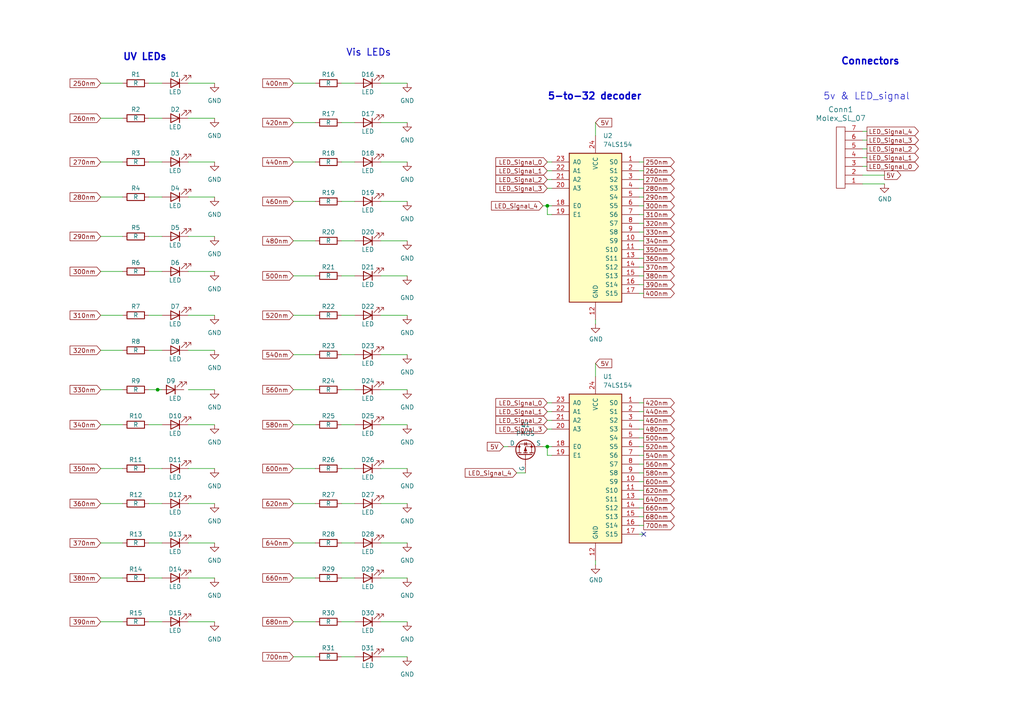
<source format=kicad_sch>
(kicad_sch (version 20230121) (generator eeschema)
  (paper "A4")
  (lib_symbols
    (symbol "74xx:74LS154" (pin_names (offset 1.016))
      (property "Reference" "U" (at -7.62 21.59 0))
      (property "Value" "74LS154" (at -7.62 -24.13 0))
      (symbol "74LS154_1_0"
        (pin output line (at 12.7 17.78 180) (length 5.08) (name "S0") (number "1"))
        (pin output line (at 12.7 -5.08 180) (length 5.08) (name "S9") (number "10"))
        (pin output line (at 12.7 -7.62 180) (length 5.08) (name "S10") (number "11"))
        (pin power_in line (at 0 -27.94 90) (length 5.08) (name "GND") (number "12"))
        (pin output line (at 12.7 -10.16 180) (length 5.08) (name "S11") (number "13"))
        (pin output line (at 12.7 -12.7 180) (length 5.08) (name "S12") (number "14"))
        (pin output line (at 12.7 -15.24 180) (length 5.08) (name "S13") (number "15"))
        (pin output line (at 12.7 -17.78 180) (length 5.08) (name "S14") (number "16"))
        (pin output line (at 12.7 -20.32 180) (length 5.08) (name "S15") (number "17"))
        (pin input line (at -12.7 5.08 0) (length 5.08) (name "E0") (number "18"))
        (pin input line (at -12.7 2.54 0) (length 5.08) (name "E1") (number "19"))
        (pin output line (at 12.7 15.24 180) (length 5.08) (name "S1") (number "2"))
        (pin input line (at -12.7 10.16 0) (length 5.08) (name "A3") (number "20"))
        (pin input line (at -12.7 12.7 0) (length 5.08) (name "A2") (number "21"))
        (pin input line (at -12.7 15.24 0) (length 5.08) (name "A1") (number "22"))
        (pin input line (at -12.7 17.78 0) (length 5.08) (name "A0") (number "23"))
        (pin power_in line (at 0 25.4 270) (length 5.08) (name "VCC") (number "24"))
        (pin output line (at 12.7 12.7 180) (length 5.08) (name "S2") (number "3"))
        (pin output line (at 12.7 10.16 180) (length 5.08) (name "S3") (number "4"))
        (pin output line (at 12.7 7.62 180) (length 5.08) (name "S4") (number "5"))
        (pin output line (at 12.7 5.08 180) (length 5.08) (name "S5") (number "6"))
        (pin output line (at 12.7 2.54 180) (length 5.08) (name "S6") (number "7"))
        (pin output line (at 12.7 0 180) (length 5.08) (name "S7") (number "8"))
        (pin output line (at 12.7 -2.54 180) (length 5.08) (name "S8") (number "9"))
      )
      (symbol "74LS154_1_1"
        (rectangle (start -7.62 20.32) (end 7.62 -22.86) (stroke (width 0.254)) (fill (type background)))
      )
    )
    (symbol "Device:LED" (pin_numbers hide) (pin_names (offset 1.016) hide)
      (property "Reference" "D" (at 0 2.54 0))
      (property "Value" "LED" (at 0 -2.54 0))
      (symbol "LED_0_1"
        (polyline (pts (xy -1.27 -1.27) (xy -1.27 1.27)) (stroke (width 0.254)))
        (polyline (pts (xy -1.27 0) (xy 1.27 0)))
        (polyline (pts (xy 1.27 -1.27) (xy 1.27 1.27) (xy -1.27 0) (xy 1.27 -1.27)) (stroke (width 0.254)))
        (polyline (pts (xy -3.048 -0.762) (xy -4.572 -2.286) (xy -3.81 -2.286) (xy -4.572 -2.286) (xy -4.572 -1.524)))
        (polyline (pts (xy -1.778 -0.762) (xy -3.302 -2.286) (xy -2.54 -2.286) (xy -3.302 -2.286) (xy -3.302 -1.524)))
      )
      (symbol "LED_1_1"
        (pin passive line (at -3.81 0 0) (length 2.54) (name "K") (number "1"))
        (pin passive line (at 3.81 0 180) (length 2.54) (name "A") (number "2"))
      )
    )
    (symbol "Device:R" (pin_numbers hide) (pin_names (offset 0))
      (property "Reference" "R" (at 2.032 0 90))
      (property "Value" "R" (at 0 0 90))
      (symbol "R_0_1"
        (rectangle (start -1.016 -2.54) (end 1.016 2.54) (stroke (width 0.254)))
      )
      (symbol "R_1_1"
        (pin passive line (at 0 3.81 270) (length 1.27) (name "~") (number "1"))
        (pin passive line (at 0 -3.81 90) (length 1.27) (name "~") (number "2"))
      )
    )
    (symbol "MRDT_Connectors:Molex_SL_07" (pin_names (offset 1.016))
      (property "Reference" "Conn" (at 3.81 -1.27 0))
      (property "Value" "Molex_SL_07" (at 1.27 19.05 0))
      (symbol "Molex_SL_07_0_1"
        (rectangle (start 0 17.78) (end 2.54 0))
      )
      (symbol "Molex_SL_07_1_1"
        (pin input line (at -5.08 16.51 0) (length 5.08) (name "~") (number "1"))
        (pin input line (at -5.08 13.97 0) (length 5.08) (name "~") (number "2"))
        (pin input line (at -5.08 11.43 0) (length 5.08) (name "~") (number "3"))
        (pin input line (at -5.08 8.89 0) (length 5.08) (name "~") (number "4"))
        (pin input line (at -5.08 6.35 0) (length 5.08) (name "~") (number "5"))
        (pin input line (at -5.08 3.81 0) (length 5.08) (name "~") (number "6"))
        (pin input line (at -5.08 1.27 0) (length 5.08) (name "~") (number "7"))
      )
    )
    (symbol "Simulation_SPICE:PMOS" (pin_numbers hide) (pin_names (offset 0))
      (property "Reference" "Q" (at 5.08 1.27 0))
      (property "Value" "PMOS" (at 5.08 -1.27 0))
      (symbol "PMOS_0_1"
        (polyline (pts (xy 0.254 0) (xy -2.54 0)))
        (polyline (pts (xy 0.254 1.905) (xy 0.254 -1.905)) (stroke (width 0.254)))
        (polyline (pts (xy 0.762 -1.27) (xy 0.762 -2.286)) (stroke (width 0.254)))
        (polyline (pts (xy 0.762 0.508) (xy 0.762 -0.508)) (stroke (width 0.254)))
        (polyline (pts (xy 0.762 2.286) (xy 0.762 1.27)) (stroke (width 0.254)))
        (polyline (pts (xy 2.54 2.54) (xy 2.54 1.778)))
        (polyline (pts (xy 2.54 -2.54) (xy 2.54 0) (xy 0.762 0)))
        (polyline (pts (xy 0.762 1.778) (xy 3.302 1.778) (xy 3.302 -1.778) (xy 0.762 -1.778)))
        (polyline (pts (xy 2.286 0) (xy 1.27 0.381) (xy 1.27 -0.381) (xy 2.286 0)) (fill (type outline)))
        (polyline (pts (xy 2.794 -0.508) (xy 2.921 -0.381) (xy 3.683 -0.381) (xy 3.81 -0.254)))
        (polyline (pts (xy 3.302 -0.381) (xy 2.921 0.254) (xy 3.683 0.254) (xy 3.302 -0.381)))
        (circle (center 1.651 0) (radius 2.794) (stroke (width 0.254)))
        (circle (center 2.54 -1.778) (radius 0.254) (fill (type outline)))
        (circle (center 2.54 1.778) (radius 0.254) (fill (type outline)))
      )
      (symbol "PMOS_1_1"
        (pin passive line (at 2.54 5.08 270) (length 2.54) (name "D") (number "1"))
        (pin input line (at -5.08 0 0) (length 2.54) (name "G") (number "2"))
        (pin passive line (at 2.54 -5.08 90) (length 2.54) (name "S") (number "3"))
      )
    )
    (symbol "power:GND" (power) (pin_names (offset 0))
      (property "Value" "GND" (at 0 -3.81 0))
      (symbol "GND_0_1"
        (polyline (pts (xy 0 0) (xy 0 -1.27) (xy 1.27 -1.27) (xy 0 -2.54) (xy -1.27 -1.27) (xy 0 -1.27)))
      )
      (symbol "GND_1_1"
        (pin power_in line (at 0 0 270) (length 0) hide (name "GND") (number "1"))
      )
    )
  )
  (junction (at 45.72 113.03))
  (junction (at 158.75 129.54))
  (junction (at 158.75 59.69))
  (no_connect (at 186.69 154.94))
  (wire (pts (xy 185.42 149.86) (xy 186.69 149.86)))
  (wire (pts (xy 54.61 123.19) (xy 62.23 123.19)))
  (wire (pts (xy 54.61 78.74) (xy 62.23 78.74)))
  (wire (pts (xy 85.09 135.89) (xy 91.44 135.89)))
  (wire (pts (xy 99.06 113.03) (xy 102.87 113.03)))
  (wire (pts (xy 85.09 35.56) (xy 91.44 35.56)))
  (wire (pts (xy 43.18 167.64) (xy 46.99 167.64)))
  (wire (pts (xy 158.75 62.23) (xy 160.02 62.23)))
  (wire (pts (xy 29.21 78.74) (xy 35.56 78.74)))
  (wire (pts (xy 185.42 144.78) (xy 186.69 144.78)))
  (wire (pts (xy 43.18 78.74) (xy 46.99 78.74)))
  (wire (pts (xy 43.18 146.05) (xy 46.99 146.05)))
  (wire (pts (xy 185.42 82.55) (xy 186.69 82.55)))
  (wire (pts (xy 99.06 167.64) (xy 102.87 167.64)))
  (wire (pts (xy 99.06 190.5) (xy 102.87 190.5)))
  (wire (pts (xy 185.42 147.32) (xy 186.69 147.32)))
  (wire (pts (xy 29.21 167.64) (xy 35.56 167.64)))
  (wire (pts (xy 251.46 45.72) (xy 250.19 45.72)))
  (wire (pts (xy 99.06 35.56) (xy 102.87 35.56)))
  (wire (pts (xy 29.21 113.03) (xy 35.56 113.03)))
  (wire (pts (xy 54.61 46.99) (xy 62.23 46.99)))
  (wire (pts (xy 54.61 101.6) (xy 62.23 101.6)))
  (wire (pts (xy 110.49 135.89) (xy 118.11 135.89)))
  (wire (pts (xy 158.75 52.07) (xy 160.02 52.07)))
  (wire (pts (xy 85.09 80.01) (xy 91.44 80.01)))
  (wire (pts (xy 110.49 113.03) (xy 118.11 113.03)))
  (wire (pts (xy 185.42 152.4) (xy 186.69 152.4)))
  (wire (pts (xy 29.21 91.44) (xy 35.56 91.44)))
  (wire (pts (xy 54.61 34.29) (xy 62.23 34.29)))
  (wire (pts (xy 110.49 102.87) (xy 118.11 102.87)))
  (wire (pts (xy 29.21 157.48) (xy 35.56 157.48)))
  (wire (pts (xy 110.49 180.34) (xy 118.11 180.34)))
  (wire (pts (xy 85.09 69.85) (xy 91.44 69.85)))
  (wire (pts (xy 158.75 119.38) (xy 160.02 119.38)))
  (wire (pts (xy 185.42 64.77) (xy 186.69 64.77)))
  (wire (pts (xy 110.49 24.13) (xy 118.11 24.13)))
  (wire (pts (xy 54.61 68.58) (xy 62.23 68.58)))
  (wire (pts (xy 99.06 180.34) (xy 102.87 180.34)))
  (wire (pts (xy 29.21 24.13) (xy 35.56 24.13)))
  (wire (pts (xy 43.18 135.89) (xy 46.99 135.89)))
  (wire (pts (xy 85.09 167.64) (xy 91.44 167.64)))
  (wire (pts (xy 85.09 123.19) (xy 91.44 123.19)))
  (wire (pts (xy 110.49 123.19) (xy 118.11 123.19)))
  (wire (pts (xy 172.72 35.56) (xy 172.72 39.37)))
  (wire (pts (xy 110.49 80.01) (xy 118.11 80.01)))
  (wire (pts (xy 43.18 91.44) (xy 46.99 91.44)))
  (wire (pts (xy 43.18 57.15) (xy 46.99 57.15)))
  (wire (pts (xy 85.09 24.13) (xy 91.44 24.13)))
  (wire (pts (xy 185.42 142.24) (xy 186.69 142.24)))
  (wire (pts (xy 185.42 57.15) (xy 186.69 57.15)))
  (wire (pts (xy 250.19 50.8) (xy 256.54 50.8)))
  (wire (pts (xy 110.49 157.48) (xy 118.11 157.48)))
  (wire (pts (xy 110.49 190.5) (xy 118.11 190.5)))
  (wire (pts (xy 158.75 124.46) (xy 160.02 124.46)))
  (wire (pts (xy 99.06 80.01) (xy 102.87 80.01)))
  (wire (pts (xy 29.21 146.05) (xy 35.56 146.05)))
  (wire (pts (xy 29.21 46.99) (xy 35.56 46.99)))
  (wire (pts (xy 43.18 46.99) (xy 46.99 46.99)))
  (wire (pts (xy 185.42 69.85) (xy 186.69 69.85)))
  (wire (pts (xy 43.18 24.13) (xy 46.99 24.13)))
  (wire (pts (xy 99.06 146.05) (xy 102.87 146.05)))
  (wire (pts (xy 99.06 123.19) (xy 102.87 123.19)))
  (wire (pts (xy 185.42 127) (xy 186.69 127)))
  (wire (pts (xy 54.61 113.03) (xy 62.23 113.03)))
  (wire (pts (xy 99.06 46.99) (xy 102.87 46.99)))
  (wire (pts (xy 110.49 58.42) (xy 118.11 58.42)))
  (wire (pts (xy 110.49 69.85) (xy 118.11 69.85)))
  (wire (pts (xy 185.42 132.08) (xy 186.69 132.08)))
  (wire (pts (xy 99.06 24.13) (xy 102.87 24.13)))
  (wire (pts (xy 158.75 121.92) (xy 160.02 121.92)))
  (wire (pts (xy 43.18 113.03) (xy 45.72 113.03)))
  (wire (pts (xy 172.72 105.41) (xy 172.72 109.22)))
  (wire (pts (xy 43.18 123.19) (xy 46.99 123.19)))
  (wire (pts (xy 185.42 139.7) (xy 186.69 139.7)))
  (wire (pts (xy 54.61 91.44) (xy 62.23 91.44)))
  (wire (pts (xy 43.18 68.58) (xy 46.99 68.58)))
  (wire (pts (xy 158.75 46.99) (xy 160.02 46.99)))
  (wire (pts (xy 158.75 54.61) (xy 160.02 54.61)))
  (wire (pts (xy 158.75 59.69) (xy 158.75 62.23)))
  (wire (pts (xy 54.61 167.64) (xy 62.23 167.64)))
  (wire (pts (xy 146.05 129.54) (xy 147.32 129.54)))
  (wire (pts (xy 157.48 59.69) (xy 158.75 59.69)))
  (wire (pts (xy 185.42 49.53) (xy 186.69 49.53)))
  (wire (pts (xy 185.42 119.38) (xy 186.69 119.38)))
  (wire (pts (xy 185.42 121.92) (xy 186.69 121.92)))
  (wire (pts (xy 99.06 157.48) (xy 102.87 157.48)))
  (wire (pts (xy 85.09 58.42) (xy 91.44 58.42)))
  (wire (pts (xy 157.48 129.54) (xy 158.75 129.54)))
  (wire (pts (xy 172.72 162.56) (xy 172.72 163.83)))
  (wire (pts (xy 85.09 146.05) (xy 91.44 146.05)))
  (wire (pts (xy 185.42 67.31) (xy 186.69 67.31)))
  (wire (pts (xy 85.09 180.34) (xy 91.44 180.34)))
  (wire (pts (xy 85.09 102.87) (xy 91.44 102.87)))
  (wire (pts (xy 250.19 53.34) (xy 256.54 53.34)))
  (wire (pts (xy 45.72 113.03) (xy 46.99 113.03)))
  (wire (pts (xy 185.42 137.16) (xy 186.69 137.16)))
  (wire (pts (xy 99.06 58.42) (xy 102.87 58.42)))
  (wire (pts (xy 251.46 40.64) (xy 250.19 40.64)))
  (wire (pts (xy 29.21 135.89) (xy 35.56 135.89)))
  (wire (pts (xy 29.21 68.58) (xy 35.56 68.58)))
  (wire (pts (xy 185.42 46.99) (xy 186.69 46.99)))
  (wire (pts (xy 54.61 57.15) (xy 62.23 57.15)))
  (wire (pts (xy 43.18 180.34) (xy 46.99 180.34)))
  (wire (pts (xy 185.42 59.69) (xy 186.69 59.69)))
  (wire (pts (xy 185.42 129.54) (xy 186.69 129.54)))
  (wire (pts (xy 29.21 101.6) (xy 35.56 101.6)))
  (wire (pts (xy 185.42 154.94) (xy 186.69 154.94)))
  (wire (pts (xy 110.49 167.64) (xy 118.11 167.64)))
  (wire (pts (xy 29.21 34.29) (xy 35.56 34.29)))
  (wire (pts (xy 54.61 135.89) (xy 62.23 135.89)))
  (wire (pts (xy 149.86 137.16) (xy 152.4 137.16)))
  (wire (pts (xy 172.72 92.71) (xy 172.72 93.98)))
  (wire (pts (xy 158.75 49.53) (xy 160.02 49.53)))
  (wire (pts (xy 43.18 157.48) (xy 46.99 157.48)))
  (wire (pts (xy 158.75 116.84) (xy 160.02 116.84)))
  (wire (pts (xy 54.61 146.05) (xy 62.23 146.05)))
  (wire (pts (xy 251.46 43.18) (xy 250.19 43.18)))
  (wire (pts (xy 54.61 157.48) (xy 62.23 157.48)))
  (wire (pts (xy 29.21 123.19) (xy 35.56 123.19)))
  (wire (pts (xy 110.49 91.44) (xy 118.11 91.44)))
  (wire (pts (xy 43.18 101.6) (xy 46.99 101.6)))
  (wire (pts (xy 185.42 52.07) (xy 186.69 52.07)))
  (wire (pts (xy 85.09 113.03) (xy 91.44 113.03)))
  (wire (pts (xy 158.75 129.54) (xy 160.02 129.54)))
  (wire (pts (xy 251.46 48.26) (xy 250.19 48.26)))
  (wire (pts (xy 85.09 157.48) (xy 91.44 157.48)))
  (wire (pts (xy 158.75 129.54) (xy 158.75 132.08)))
  (wire (pts (xy 43.18 34.29) (xy 46.99 34.29)))
  (wire (pts (xy 185.42 80.01) (xy 186.69 80.01)))
  (wire (pts (xy 99.06 102.87) (xy 102.87 102.87)))
  (wire (pts (xy 185.42 62.23) (xy 186.69 62.23)))
  (wire (pts (xy 85.09 91.44) (xy 91.44 91.44)))
  (wire (pts (xy 185.42 116.84) (xy 186.69 116.84)))
  (wire (pts (xy 185.42 124.46) (xy 186.69 124.46)))
  (wire (pts (xy 99.06 69.85) (xy 102.87 69.85)))
  (wire (pts (xy 185.42 134.62) (xy 186.69 134.62)))
  (wire (pts (xy 185.42 74.93) (xy 186.69 74.93)))
  (wire (pts (xy 185.42 85.09) (xy 186.69 85.09)))
  (wire (pts (xy 29.21 57.15) (xy 35.56 57.15)))
  (wire (pts (xy 99.06 135.89) (xy 102.87 135.89)))
  (wire (pts (xy 251.46 38.1) (xy 250.19 38.1)))
  (wire (pts (xy 185.42 77.47) (xy 186.69 77.47)))
  (wire (pts (xy 29.21 180.34) (xy 35.56 180.34)))
  (wire (pts (xy 54.61 180.34) (xy 62.23 180.34)))
  (wire (pts (xy 85.09 46.99) (xy 91.44 46.99)))
  (wire (pts (xy 110.49 35.56) (xy 118.11 35.56)))
  (wire (pts (xy 158.75 132.08) (xy 160.02 132.08)))
  (wire (pts (xy 185.42 54.61) (xy 186.69 54.61)))
  (wire (pts (xy 85.09 190.5) (xy 91.44 190.5)))
  (wire (pts (xy 54.61 24.13) (xy 62.23 24.13)))
  (wire (pts (xy 158.75 59.69) (xy 160.02 59.69)))
  (wire (pts (xy 99.06 91.44) (xy 102.87 91.44)))
  (wire (pts (xy 185.42 72.39) (xy 186.69 72.39)))
  (wire (pts (xy 110.49 146.05) (xy 118.11 146.05)))
  (wire (pts (xy 110.49 46.99) (xy 118.11 46.99)))
  (text "Vis LEDs" (at 100.33 16.51 0) (effects (font (size 2 2) (thickness 0.254) bold) (justify left bottom)))
  (text "UV LEDs" (at 35.56 17.78 0) (effects (font (size 2 2) (thickness 0.4) bold) (justify left bottom)))
  (text "5-to-32 decoder" (at 158.75 29.21 0) (effects (font (size 2 2) (thickness 0.4) bold) (justify left bottom)))
  (text "5v & LED_signal" (at 238.76 29.21 0) (effects (font (size 2 2)) (justify left bottom)))
  (text "Connectors\n" (at 243.84 19.05 0) (effects (font (size 2 2) (thickness 0.4) bold) (justify left bottom)))
  (global_label "520nm" (shape input) (at 85.09 91.44 180) (property "Intersheetrefs" "${INTERSHEET_REFS}" (effects hide)))
  (global_label "700nm" (shape output) (at 186.69 152.4 0) (property "Intersheetrefs" "${INTERSHEET_REFS}" (effects hide)))
  (global_label "360nm" (shape output) (at 186.69 74.93 0) (property "Intersheetrefs" "${INTERSHEET_REFS}" (effects hide)))
  (global_label "480nm" (shape input) (at 85.09 69.85 180) (property "Intersheetrefs" "${INTERSHEET_REFS}" (effects hide)))
  (global_label "5V" (shape output) (at 256.54 50.8 0) (property "Intersheetrefs" "${INTERSHEET_REFS}" (effects hide)))
  (global_label "380nm" (shape input) (at 29.21 167.64 180) (property "Intersheetrefs" "${INTERSHEET_REFS}" (effects hide)))
  (global_label "340nm" (shape input) (at 29.21 123.19 180) (property "Intersheetrefs" "${INTERSHEET_REFS}" (effects hide)))
  (global_label "310nm" (shape input) (at 29.21 91.44 180) (property "Intersheetrefs" "${INTERSHEET_REFS}" (effects hide)))
  (global_label "320nm" (shape output) (at 186.69 64.77 0) (property "Intersheetrefs" "${INTERSHEET_REFS}" (effects hide)))
  (global_label "580nm" (shape input) (at 85.09 123.19 180) (property "Intersheetrefs" "${INTERSHEET_REFS}" (effects hide)))
  (global_label "520nm" (shape output) (at 186.69 129.54 0) (property "Intersheetrefs" "${INTERSHEET_REFS}" (effects hide)))
  (global_label "LED_Signal_3" (shape input) (at 158.75 54.61 180) (property "Intersheetrefs" "${INTERSHEET_REFS}" (effects hide)))
  (global_label "250nm" (shape input) (at 29.21 24.13 180) (property "Intersheetrefs" "${INTERSHEET_REFS}" (effects hide)))
  (global_label "350nm" (shape input) (at 29.21 135.89 180) (property "Intersheetrefs" "${INTERSHEET_REFS}" (effects hide)))
  (global_label "460nm" (shape output) (at 186.69 121.92 0) (property "Intersheetrefs" "${INTERSHEET_REFS}" (effects hide)))
  (global_label "460nm" (shape input) (at 85.09 58.42 180) (property "Intersheetrefs" "${INTERSHEET_REFS}" (effects hide)))
  (global_label "370nm" (shape output) (at 186.69 77.47 0) (property "Intersheetrefs" "${INTERSHEET_REFS}" (effects hide)))
  (global_label "390nm" (shape output) (at 186.69 82.55 0) (property "Intersheetrefs" "${INTERSHEET_REFS}" (effects hide)))
  (global_label "LED_Signal_4" (shape input) (at 157.48 59.69 180) (property "Intersheetrefs" "${INTERSHEET_REFS}" (effects hide)))
  (global_label "580nm" (shape output) (at 186.69 137.16 0) (property "Intersheetrefs" "${INTERSHEET_REFS}" (effects hide)))
  (global_label "260nm" (shape input) (at 29.21 34.29 180) (property "Intersheetrefs" "${INTERSHEET_REFS}" (effects hide)))
  (global_label "420nm" (shape output) (at 186.69 116.84 0) (property "Intersheetrefs" "${INTERSHEET_REFS}" (effects hide)))
  (global_label "680nm" (shape output) (at 186.69 149.86 0) (property "Intersheetrefs" "${INTERSHEET_REFS}" (effects hide)))
  (global_label "LED_Signal_2" (shape input) (at 158.75 121.92 180) (property "Intersheetrefs" "${INTERSHEET_REFS}" (effects hide)))
  (global_label "270nm" (shape input) (at 29.21 46.99 180) (property "Intersheetrefs" "${INTERSHEET_REFS}" (effects hide)))
  (global_label "280nm" (shape output) (at 186.69 54.61 0) (property "Intersheetrefs" "${INTERSHEET_REFS}" (effects hide)))
  (global_label "5V" (shape input) (at 146.05 129.54 180) (property "Intersheetrefs" "${INTERSHEET_REFS}" (effects hide)))
  (global_label "LED_Signal_3" (shape input) (at 158.75 124.46 180) (property "Intersheetrefs" "${INTERSHEET_REFS}" (effects hide)))
  (global_label "440nm" (shape output) (at 186.69 119.38 0) (property "Intersheetrefs" "${INTERSHEET_REFS}" (effects hide)))
  (global_label "350nm" (shape output) (at 186.69 72.39 0) (property "Intersheetrefs" "${INTERSHEET_REFS}" (effects hide)))
  (global_label "680nm" (shape input) (at 85.09 180.34 180) (property "Intersheetrefs" "${INTERSHEET_REFS}" (effects hide)))
  (global_label "330nm" (shape output) (at 186.69 67.31 0) (property "Intersheetrefs" "${INTERSHEET_REFS}" (effects hide)))
  (global_label "250nm" (shape output) (at 186.69 46.99 0) (property "Intersheetrefs" "${INTERSHEET_REFS}" (effects hide)))
  (global_label "480nm" (shape output) (at 186.69 124.46 0) (property "Intersheetrefs" "${INTERSHEET_REFS}" (effects hide)))
  (global_label "LED_Signal_4" (shape input) (at 149.86 137.16 180) (property "Intersheetrefs" "${INTERSHEET_REFS}" (effects hide)))
  (global_label "320nm" (shape input) (at 29.21 101.6 180) (property "Intersheetrefs" "${INTERSHEET_REFS}" (effects hide)))
  (global_label "500nm" (shape output) (at 186.69 127 0) (property "Intersheetrefs" "${INTERSHEET_REFS}" (effects hide)))
  (global_label "LED_Signal_0" (shape output) (at 251.46 48.26 0) (property "Intersheetrefs" "${INTERSHEET_REFS}" (effects hide)))
  (global_label "LED_Signal_0" (shape input) (at 158.75 116.84 180) (property "Intersheetrefs" "${INTERSHEET_REFS}" (effects hide)))
  (global_label "LED_Signal_2" (shape output) (at 251.46 43.18 0) (property "Intersheetrefs" "${INTERSHEET_REFS}" (effects hide)))
  (global_label "660nm" (shape output) (at 186.69 147.32 0) (property "Intersheetrefs" "${INTERSHEET_REFS}" (effects hide)))
  (global_label "370nm" (shape input) (at 29.21 157.48 180) (property "Intersheetrefs" "${INTERSHEET_REFS}" (effects hide)))
  (global_label "640nm" (shape input) (at 85.09 157.48 180) (property "Intersheetrefs" "${INTERSHEET_REFS}" (effects hide)))
  (global_label "390nm" (shape input) (at 29.21 180.34 180) (property "Intersheetrefs" "${INTERSHEET_REFS}" (effects hide)))
  (global_label "LED_Signal_1" (shape input) (at 158.75 119.38 180) (property "Intersheetrefs" "${INTERSHEET_REFS}" (effects hide)))
  (global_label "600nm" (shape output) (at 186.69 139.7 0) (property "Intersheetrefs" "${INTERSHEET_REFS}" (effects hide)))
  (global_label "540nm" (shape output) (at 186.69 132.08 0) (property "Intersheetrefs" "${INTERSHEET_REFS}" (effects hide)))
  (global_label "300nm" (shape input) (at 29.21 78.74 180) (property "Intersheetrefs" "${INTERSHEET_REFS}" (effects hide)))
  (global_label "400nm" (shape input) (at 85.09 24.13 180) (property "Intersheetrefs" "${INTERSHEET_REFS}" (effects hide)))
  (global_label "360nm" (shape input) (at 29.21 146.05 180) (property "Intersheetrefs" "${INTERSHEET_REFS}" (effects hide)))
  (global_label "280nm" (shape input) (at 29.21 57.15 180) (property "Intersheetrefs" "${INTERSHEET_REFS}" (effects hide)))
  (global_label "270nm" (shape output) (at 186.69 52.07 0) (property "Intersheetrefs" "${INTERSHEET_REFS}" (effects hide)))
  (global_label "330nm" (shape input) (at 29.21 113.03 180) (property "Intersheetrefs" "${INTERSHEET_REFS}" (effects hide)))
  (global_label "5V" (shape input) (at 172.72 105.41 0) (property "Intersheetrefs" "${INTERSHEET_REFS}" (effects hide)))
  (global_label "700nm" (shape input) (at 85.09 190.5 180) (property "Intersheetrefs" "${INTERSHEET_REFS}" (effects hide)))
  (global_label "LED_Signal_1" (shape output) (at 251.46 45.72 0) (property "Intersheetrefs" "${INTERSHEET_REFS}" (effects hide)))
  (global_label "640nm" (shape output) (at 186.69 144.78 0) (property "Intersheetrefs" "${INTERSHEET_REFS}" (effects hide)))
  (global_label "LED_Signal_1" (shape input) (at 158.75 49.53 180) (property "Intersheetrefs" "${INTERSHEET_REFS}" (effects hide)))
  (global_label "660nm" (shape input) (at 85.09 167.64 180) (property "Intersheetrefs" "${INTERSHEET_REFS}" (effects hide)))
  (global_label "500nm" (shape input) (at 85.09 80.01 180) (property "Intersheetrefs" "${INTERSHEET_REFS}" (effects hide)))
  (global_label "LED_Signal_4" (shape output) (at 251.46 38.1 0) (property "Intersheetrefs" "${INTERSHEET_REFS}" (effects hide)))
  (global_label "440nm" (shape input) (at 85.09 46.99 180) (property "Intersheetrefs" "${INTERSHEET_REFS}" (effects hide)))
  (global_label "290nm" (shape input) (at 29.21 68.58 180) (property "Intersheetrefs" "${INTERSHEET_REFS}" (effects hide)))
  (global_label "380nm" (shape output) (at 186.69 80.01 0) (property "Intersheetrefs" "${INTERSHEET_REFS}" (effects hide)))
  (global_label "5V" (shape input) (at 172.72 35.56 0) (property "Intersheetrefs" "${INTERSHEET_REFS}" (effects hide)))
  (global_label "600nm" (shape input) (at 85.09 135.89 180) (property "Intersheetrefs" "${INTERSHEET_REFS}" (effects hide)))
  (global_label "260nm" (shape output) (at 186.69 49.53 0) (property "Intersheetrefs" "${INTERSHEET_REFS}" (effects hide)))
  (global_label "540nm" (shape input) (at 85.09 102.87 180) (property "Intersheetrefs" "${INTERSHEET_REFS}" (effects hide)))
  (global_label "560nm" (shape input) (at 85.09 113.03 180) (property "Intersheetrefs" "${INTERSHEET_REFS}" (effects hide)))
  (global_label "290nm" (shape output) (at 186.69 57.15 0) (property "Intersheetrefs" "${INTERSHEET_REFS}" (effects hide)))
  (global_label "LED_Signal_2" (shape input) (at 158.75 52.07 180) (property "Intersheetrefs" "${INTERSHEET_REFS}" (effects hide)))
  (global_label "620nm" (shape output) (at 186.69 142.24 0) (property "Intersheetrefs" "${INTERSHEET_REFS}" (effects hide)))
  (global_label "LED_Signal_3" (shape output) (at 251.46 40.64 0) (property "Intersheetrefs" "${INTERSHEET_REFS}" (effects hide)))
  (global_label "400nm" (shape output) (at 186.69 85.09 0) (property "Intersheetrefs" "${INTERSHEET_REFS}" (effects hide)))
  (global_label "300nm" (shape output) (at 186.69 59.69 0) (property "Intersheetrefs" "${INTERSHEET_REFS}" (effects hide)))
  (global_label "LED_Signal_0" (shape input) (at 158.75 46.99 180) (property "Intersheetrefs" "${INTERSHEET_REFS}" (effects hide)))
  (global_label "340nm" (shape output) (at 186.69 69.85 0) (property "Intersheetrefs" "${INTERSHEET_REFS}" (effects hide)))
  (global_label "620nm" (shape input) (at 85.09 146.05 180) (property "Intersheetrefs" "${INTERSHEET_REFS}" (effects hide)))
  (global_label "560nm" (shape output) (at 186.69 134.62 0) (property "Intersheetrefs" "${INTERSHEET_REFS}" (effects hide)))
  (global_label "310nm" (shape output) (at 186.69 62.23 0) (property "Intersheetrefs" "${INTERSHEET_REFS}" (effects hide)))
  (global_label "420nm" (shape input) (at 85.09 35.56 180) (property "Intersheetrefs" "${INTERSHEET_REFS}" (effects hide)))
  (symbol (lib_id "Device:R") (at 95.25 190.5 90) (unit 1)
    (property "Reference" "R31" (at 95.25 187.96 90))
    (property "Value" "R" (at 95.25 190.5 90))
  )
  (symbol (lib_id "Device:R") (at 39.37 91.44 90) (unit 1)
    (property "Reference" "R7" (at 39.37 88.9 90))
    (property "Value" "R" (at 39.37 91.44 90))
  )
  (symbol (lib_id "Device:R") (at 95.25 58.42 90) (unit 1)
    (property "Reference" "R19" (at 95.25 55.88 90))
    (property "Value" "R" (at 95.25 58.42 90))
  )
  (symbol (lib_id "Simulation_SPICE:PMOS") (at 152.4 132.08 90) (unit 1)
    (property "Reference" "Q1" (at 152.4 123.19 90))
    (property "Value" "PMOS" (at 152.4 125.73 90))
    (property "Datasheet" "https://ngspice.sourceforge.io/docs/ngspice-manual.pdf" (effects hide))
    (property "Sim.Device" "PMOS" (effects hide))
    (property "Sim.Type" "VDMOS" (effects hide))
    (property "Sim.Pins" "1=D 2=G 3=S" (effects hide))
  )
  (symbol (lib_id "power:GND") (at 118.11 80.01 0) (unit 1)
    (property "Reference" "#PWR022" (effects hide))
    (property "Value" "GND" (at 118.11 86.36 0))
  )
  (symbol (lib_id "power:GND") (at 62.23 24.13 0) (unit 1)
    (property "Reference" "#PWR01" (effects hide))
    (property "Value" "GND" (at 62.23 29.21 0))
  )
  (symbol (lib_id "Device:R") (at 39.37 101.6 90) (unit 1)
    (property "Reference" "R8" (at 39.37 99.06 90))
    (property "Value" "R" (at 39.37 101.6 90))
  )
  (symbol (lib_id "74xx:74LS154") (at 172.72 64.77 0) (unit 1)
    (property "Reference" "U2" (at 174.9141 39.37 0) (effects (justify left)))
    (property "Value" "74LS154" (at 174.9141 41.91 0) (effects (justify left)))
    (property "Datasheet" "http://www.ti.com/lit/gpn/sn74LS154" (effects hide))
  )
  (symbol (lib_id "Device:LED") (at 50.8 78.74 180) (unit 1)
    (property "Reference" "D6" (at 50.8 76.2 0))
    (property "Value" "LED" (at 50.8 81.28 0))
  )
  (symbol (lib_id "Device:LED") (at 50.8 57.15 180) (unit 1)
    (property "Reference" "D4" (at 50.8 54.61 0))
    (property "Value" "LED" (at 50.8 59.69 0))
  )
  (symbol (lib_id "Device:LED") (at 50.8 146.05 180) (unit 1)
    (property "Reference" "D12" (at 50.8 143.51 0))
    (property "Value" "LED" (at 50.8 148.59 0))
  )
  (symbol (lib_id "power:GND") (at 118.11 146.05 0) (unit 1)
    (property "Reference" "#PWR028" (effects hide))
    (property "Value" "GND" (at 118.11 151.13 0))
  )
  (symbol (lib_id "Device:R") (at 39.37 146.05 90) (unit 1)
    (property "Reference" "R12" (at 39.37 143.51 90))
    (property "Value" "R" (at 39.37 146.05 90))
  )
  (symbol (lib_id "power:GND") (at 118.11 91.44 0) (unit 1)
    (property "Reference" "#PWR023" (effects hide))
    (property "Value" "GND" (at 118.11 96.52 0))
  )
  (symbol (lib_id "Device:LED") (at 50.8 167.64 180) (unit 1)
    (property "Reference" "D14" (at 50.8 165.1 0))
    (property "Value" "LED" (at 50.8 170.18 0))
  )
  (symbol (lib_id "Device:R") (at 95.25 24.13 90) (unit 1)
    (property "Reference" "R16" (at 95.25 21.59 90))
    (property "Value" "R" (at 95.25 24.13 90))
  )
  (symbol (lib_id "power:GND") (at 62.23 157.48 0) (unit 1)
    (property "Reference" "#PWR014" (effects hide))
    (property "Value" "GND" (at 62.23 162.56 0))
  )
  (symbol (lib_id "Device:R") (at 95.25 46.99 90) (unit 1)
    (property "Reference" "R18" (at 95.25 44.45 90))
    (property "Value" "R" (at 95.25 46.99 90))
  )
  (symbol (lib_id "Device:LED") (at 106.68 167.64 180) (unit 1)
    (property "Reference" "D29" (at 106.68 165.1 0))
    (property "Value" "LED" (at 106.68 170.18 0))
  )
  (symbol (lib_id "power:GND") (at 118.11 167.64 0) (unit 1)
    (property "Reference" "#PWR030" (effects hide))
    (property "Value" "GND" (at 118.11 172.72 0))
  )
  (symbol (lib_id "power:GND") (at 118.11 135.89 0) (unit 1)
    (property "Reference" "#PWR027" (effects hide))
    (property "Value" "GND" (at 118.11 140.97 0))
  )
  (symbol (lib_id "Device:LED") (at 50.8 101.6 180) (unit 1)
    (property "Reference" "D8" (at 50.8 99.06 0))
    (property "Value" "LED" (at 50.8 104.14 0))
  )
  (symbol (lib_id "Device:LED") (at 50.8 180.34 180) (unit 1)
    (property "Reference" "D15" (at 50.8 177.8 0))
    (property "Value" "LED" (at 50.8 182.88 0))
  )
  (symbol (lib_id "power:GND") (at 62.23 91.44 0) (unit 1)
    (property "Reference" "#PWR08" (effects hide))
    (property "Value" "GND" (at 62.23 96.52 0))
  )
  (symbol (lib_id "power:GND") (at 118.11 180.34 0) (unit 1)
    (property "Reference" "#PWR031" (effects hide))
    (property "Value" "GND" (at 118.11 185.42 0))
  )
  (symbol (lib_id "Device:LED") (at 106.68 91.44 180) (unit 1)
    (property "Reference" "D22" (at 106.68 88.9 0))
    (property "Value" "LED" (at 106.68 93.98 0))
  )
  (symbol (lib_id "Device:R") (at 95.25 80.01 90) (unit 1)
    (property "Reference" "R21" (at 95.25 77.47 90))
    (property "Value" "R" (at 95.25 80.01 90))
  )
  (symbol (lib_id "Device:R") (at 39.37 24.13 90) (unit 1)
    (property "Reference" "R1" (at 39.37 21.59 90))
    (property "Value" "R" (at 39.37 24.13 90))
  )
  (symbol (lib_id "Device:R") (at 95.25 123.19 90) (unit 1)
    (property "Reference" "R25" (at 95.25 120.65 90))
    (property "Value" "R" (at 95.25 123.19 90))
  )
  (symbol (lib_id "power:GND") (at 172.72 93.98 0) (unit 1)
    (property "Reference" "#PWR033" (effects hide))
    (property "Value" "GND" (at 172.847 98.3742 0))
  )
  (symbol (lib_id "Device:R") (at 95.25 35.56 90) (unit 1)
    (property "Reference" "R17" (at 95.25 33.02 90))
    (property "Value" "R" (at 95.25 35.56 90))
  )
  (symbol (lib_id "Device:R") (at 95.25 157.48 90) (unit 1)
    (property "Reference" "R28" (at 95.25 154.94 90))
    (property "Value" "R" (at 95.25 157.48 90))
  )
  (symbol (lib_id "power:GND") (at 118.11 157.48 0) (unit 1)
    (property "Reference" "#PWR029" (effects hide))
    (property "Value" "GND" (at 118.11 162.56 0))
  )
  (symbol (lib_id "Device:LED") (at 49.53 113.03 180) (unit 1)
    (property "Reference" "D9" (at 49.53 110.49 0))
    (property "Value" "LED" (at 50.8 115.57 0))
  )
  (symbol (lib_id "Device:LED") (at 50.8 157.48 180) (unit 1)
    (property "Reference" "D13" (at 50.8 154.94 0))
    (property "Value" "LED" (at 50.8 160.02 0))
  )
  (symbol (lib_id "Device:R") (at 39.37 167.64 90) (unit 1)
    (property "Reference" "R14" (at 39.37 165.1 90))
    (property "Value" "R" (at 39.37 167.64 90))
  )
  (symbol (lib_id "Device:LED") (at 106.68 46.99 180) (unit 1)
    (property "Reference" "D18" (at 106.68 44.45 0))
    (property "Value" "LED" (at 106.68 49.53 0))
  )
  (symbol (lib_id "Device:R") (at 39.37 123.19 90) (unit 1)
    (property "Reference" "R10" (at 39.37 120.65 90))
    (property "Value" "R" (at 39.37 123.19 90))
  )
  (symbol (lib_id "Device:R") (at 95.25 102.87 90) (unit 1)
    (property "Reference" "R23" (at 95.25 100.33 90))
    (property "Value" "R" (at 95.25 102.87 90))
  )
  (symbol (lib_id "power:GND") (at 62.23 46.99 0) (unit 1)
    (property "Reference" "#PWR04" (effects hide))
    (property "Value" "GND" (at 62.23 52.07 0))
  )
  (symbol (lib_id "power:GND") (at 118.11 58.42 0) (unit 1)
    (property "Reference" "#PWR020" (effects hide))
    (property "Value" "GND" (at 118.11 63.5 0))
  )
  (symbol (lib_id "Device:R") (at 39.37 135.89 90) (unit 1)
    (property "Reference" "R11" (at 39.37 133.35 90))
    (property "Value" "R" (at 39.37 135.89 90))
  )
  (symbol (lib_id "Device:R") (at 39.37 113.03 90) (unit 1)
    (property "Reference" "R9" (at 39.37 110.49 90))
    (property "Value" "R" (at 39.37 113.03 90))
  )
  (symbol (lib_id "Device:LED") (at 106.68 157.48 180) (unit 1)
    (property "Reference" "D28" (at 106.68 154.94 0))
    (property "Value" "LED" (at 106.68 160.02 0))
  )
  (symbol (lib_id "Device:LED") (at 50.8 135.89 180) (unit 1)
    (property "Reference" "D11" (at 50.8 133.35 0))
    (property "Value" "LED" (at 50.8 138.43 0))
  )
  (symbol (lib_id "Device:LED") (at 106.68 80.01 180) (unit 1)
    (property "Reference" "D21" (at 106.68 77.47 0))
    (property "Value" "LED" (at 106.68 82.55 0))
  )
  (symbol (lib_id "power:GND") (at 62.23 68.58 0) (unit 1)
    (property "Reference" "#PWR06" (effects hide))
    (property "Value" "GND" (at 62.23 73.66 0))
  )
  (symbol (lib_id "Device:R") (at 95.25 180.34 90) (unit 1)
    (property "Reference" "R30" (at 95.25 177.8 90))
    (property "Value" "R" (at 95.25 180.34 90))
  )
  (symbol (lib_id "Device:R") (at 95.25 69.85 90) (unit 1)
    (property "Reference" "R20" (at 95.25 67.31 90))
    (property "Value" "R" (at 95.25 69.85 90))
  )
  (symbol (lib_id "Device:R") (at 39.37 78.74 90) (unit 1)
    (property "Reference" "R6" (at 39.37 76.2 90))
    (property "Value" "R" (at 39.37 78.74 90))
  )
  (symbol (lib_id "Device:R") (at 95.25 113.03 90) (unit 1)
    (property "Reference" "R24" (at 95.25 110.49 90))
    (property "Value" "R" (at 95.25 113.03 90))
  )
  (symbol (lib_id "Device:R") (at 39.37 34.29 90) (unit 1)
    (property "Reference" "R2" (at 39.37 31.75 90))
    (property "Value" "R" (at 39.37 34.29 90))
  )
  (symbol (lib_id "Device:LED") (at 106.68 135.89 180) (unit 1)
    (property "Reference" "D26" (at 106.68 133.35 0))
    (property "Value" "LED" (at 106.68 138.43 0))
  )
  (symbol (lib_id "Device:LED") (at 106.68 102.87 180) (unit 1)
    (property "Reference" "D23" (at 106.68 100.33 0))
    (property "Value" "LED" (at 106.68 105.41 0))
  )
  (symbol (lib_id "power:GND") (at 118.11 123.19 0) (unit 1)
    (property "Reference" "#PWR026" (effects hide))
    (property "Value" "GND" (at 118.11 128.27 0))
  )
  (symbol (lib_id "power:GND") (at 62.23 113.03 0) (unit 1)
    (property "Reference" "#PWR010" (effects hide))
    (property "Value" "GND" (at 62.23 118.11 0))
  )
  (symbol (lib_id "Device:LED") (at 50.8 91.44 180) (unit 1)
    (property "Reference" "D7" (at 50.8 88.9 0))
    (property "Value" "LED" (at 50.8 93.98 0))
  )
  (symbol (lib_id "Device:LED") (at 50.8 123.19 180) (unit 1)
    (property "Reference" "D10" (at 50.8 120.65 0))
    (property "Value" "LED" (at 50.8 125.73 0))
  )
  (symbol (lib_id "Device:LED") (at 106.68 146.05 180) (unit 1)
    (property "Reference" "D27" (at 106.68 143.51 0))
    (property "Value" "LED" (at 106.68 148.59 0))
  )
  (symbol (lib_id "Device:R") (at 39.37 46.99 90) (unit 1)
    (property "Reference" "R3" (at 39.37 44.45 90))
    (property "Value" "R" (at 39.37 46.99 90))
  )
  (symbol (lib_id "Device:R") (at 39.37 157.48 90) (unit 1)
    (property "Reference" "R13" (at 39.37 154.94 90))
    (property "Value" "R" (at 39.37 157.48 90))
  )
  (symbol (lib_id "power:GND") (at 62.23 180.34 0) (unit 1)
    (property "Reference" "#PWR016" (effects hide))
    (property "Value" "GND" (at 62.23 185.42 0))
  )
  (symbol (lib_id "Device:LED") (at 106.68 190.5 180) (unit 1)
    (property "Reference" "D31" (at 106.68 187.96 0))
    (property "Value" "LED" (at 106.68 193.04 0))
  )
  (symbol (lib_id "power:GND") (at 118.11 35.56 0) (unit 1)
    (property "Reference" "#PWR018" (effects hide))
    (property "Value" "GND" (at 118.11 40.64 0))
  )
  (symbol (lib_id "power:GND") (at 62.23 135.89 0) (unit 1)
    (property "Reference" "#PWR012" (effects hide))
    (property "Value" "GND" (at 62.23 140.97 0))
  )
  (symbol (lib_id "power:GND") (at 118.11 24.13 0) (unit 1)
    (property "Reference" "#PWR017" (effects hide))
    (property "Value" "GND" (at 118.11 29.21 0))
  )
  (symbol (lib_id "Device:LED") (at 50.8 34.29 180) (unit 1)
    (property "Reference" "D2" (at 50.8 31.75 0))
    (property "Value" "LED" (at 50.8 36.83 0))
  )
  (symbol (lib_id "MRDT_Connectors:Molex_SL_07") (at 245.11 36.83 180) (unit 1)
    (property "Reference" "Conn1" (at 243.84 31.75 0) (effects (font (size 1.524 1.524))))
    (property "Value" "Molex_SL_07" (at 243.84 34.29 0) (effects (font (size 1.524 1.524))))
  )
  (symbol (lib_id "Device:R") (at 95.25 135.89 90) (unit 1)
    (property "Reference" "R26" (at 95.25 133.35 90))
    (property "Value" "R" (at 95.25 135.89 90))
  )
  (symbol (lib_id "Device:LED") (at 106.68 35.56 180) (unit 1)
    (property "Reference" "D17" (at 106.68 33.02 0))
    (property "Value" "LED" (at 106.68 38.1 0))
  )
  (symbol (lib_id "power:GND") (at 118.11 69.85 0) (unit 1)
    (property "Reference" "#PWR021" (effects hide))
    (property "Value" "GND" (at 118.11 74.93 0))
  )
  (symbol (lib_id "power:GND") (at 62.23 34.29 0) (unit 1)
    (property "Reference" "#PWR03" (effects hide))
    (property "Value" "GND" (at 62.23 39.37 0))
  )
  (symbol (lib_id "Device:LED") (at 106.68 123.19 180) (unit 1)
    (property "Reference" "D25" (at 106.68 120.65 0))
    (property "Value" "LED" (at 106.68 125.73 0))
  )
  (symbol (lib_id "Device:LED") (at 50.8 46.99 180) (unit 1)
    (property "Reference" "D3" (at 50.8 44.45 0))
    (property "Value" "LED" (at 50.8 49.53 0))
  )
  (symbol (lib_id "power:GND") (at 256.54 53.34 0) (unit 1)
    (property "Reference" "#PWR035" (effects hide))
    (property "Value" "GND" (at 256.667 57.7342 0))
  )
  (symbol (lib_id "power:GND") (at 118.11 46.99 0) (unit 1)
    (property "Reference" "#PWR019" (effects hide))
    (property "Value" "GND" (at 118.11 52.07 0))
  )
  (symbol (lib_id "power:GND") (at 118.11 102.87 0) (unit 1)
    (property "Reference" "#PWR024" (effects hide))
    (property "Value" "GND" (at 118.11 107.95 0))
  )
  (symbol (lib_id "Device:R") (at 39.37 68.58 90) (unit 1)
    (property "Reference" "R5" (at 39.37 66.04 90))
    (property "Value" "R" (at 39.37 68.58 90))
  )
  (symbol (lib_id "power:GND") (at 62.23 123.19 0) (unit 1)
    (property "Reference" "#PWR011" (effects hide))
    (property "Value" "GND" (at 62.23 128.27 0))
  )
  (symbol (lib_id "Device:R") (at 95.25 167.64 90) (unit 1)
    (property "Reference" "R29" (at 95.25 165.1 90))
    (property "Value" "R" (at 95.25 167.64 90))
  )
  (symbol (lib_id "Device:LED") (at 50.8 68.58 180) (unit 1)
    (property "Reference" "D5" (at 50.8 66.04 0))
    (property "Value" "LED" (at 50.8 71.12 0))
  )
  (symbol (lib_id "power:GND") (at 62.23 146.05 0) (unit 1)
    (property "Reference" "#PWR013" (effects hide))
    (property "Value" "GND" (at 62.23 151.13 0))
  )
  (symbol (lib_id "power:GND") (at 118.11 113.03 0) (unit 1)
    (property "Reference" "#PWR025" (effects hide))
    (property "Value" "GND" (at 118.11 118.11 0))
  )
  (symbol (lib_id "Device:LED") (at 106.68 180.34 180) (unit 1)
    (property "Reference" "D30" (at 106.68 177.8 0))
    (property "Value" "LED" (at 106.68 182.88 0))
  )
  (symbol (lib_id "power:GND") (at 62.23 101.6 0) (unit 1)
    (property "Reference" "#PWR09" (effects hide))
    (property "Value" "GND" (at 62.23 106.68 0))
  )
  (symbol (lib_id "Device:LED") (at 106.68 69.85 180) (unit 1)
    (property "Reference" "D20" (at 106.68 67.31 0))
    (property "Value" "LED" (at 106.68 72.39 0))
  )
  (symbol (lib_id "Device:LED") (at 50.8 24.13 180) (unit 1)
    (property "Reference" "D1" (at 50.8 21.59 0))
    (property "Value" "LED" (at 50.8 26.67 0))
  )
  (symbol (lib_id "Device:LED") (at 106.68 24.13 180) (unit 1)
    (property "Reference" "D16" (at 106.68 21.59 0))
    (property "Value" "LED" (at 106.68 26.67 0))
  )
  (symbol (lib_id "power:GND") (at 118.11 190.5 0) (unit 1)
    (property "Reference" "#PWR032" (effects hide))
    (property "Value" "GND" (at 118.11 195.58 0))
  )
  (symbol (lib_id "power:GND") (at 172.72 163.83 0) (unit 1)
    (property "Reference" "#PWR034" (effects hide))
    (property "Value" "GND" (at 172.847 168.2242 0))
  )
  (symbol (lib_id "Device:R") (at 39.37 180.34 90) (unit 1)
    (property "Reference" "R15" (at 39.37 177.8 90))
    (property "Value" "R" (at 39.37 180.34 90))
  )
  (symbol (lib_id "Device:LED") (at 106.68 113.03 180) (unit 1)
    (property "Reference" "D24" (at 106.68 110.49 0))
    (property "Value" "LED" (at 106.68 115.57 0))
  )
  (symbol (lib_id "power:GND") (at 62.23 167.64 0) (unit 1)
    (property "Reference" "#PWR015" (effects hide))
    (property "Value" "GND" (at 62.23 172.72 0))
  )
  (symbol (lib_id "Device:R") (at 39.37 57.15 90) (unit 1)
    (property "Reference" "R4" (at 39.37 54.61 90))
    (property "Value" "R" (at 39.37 57.15 90))
  )
  (symbol (lib_id "power:GND") (at 62.23 57.15 0) (unit 1)
    (property "Reference" "#PWR05" (effects hide))
    (property "Value" "GND" (at 62.23 62.23 0))
  )
  (symbol (lib_id "Device:R") (at 95.25 91.44 90) (unit 1)
    (property "Reference" "R22" (at 95.25 88.9 90))
    (property "Value" "R" (at 95.25 91.44 90))
  )
  (symbol (lib_id "power:GND") (at 62.23 78.74 0) (unit 1)
    (property "Reference" "#PWR07" (effects hide))
    (property "Value" "GND" (at 62.23 83.82 0))
  )
  (symbol (lib_id "Device:R") (at 95.25 146.05 90) (unit 1)
    (property "Reference" "R27" (at 95.25 143.51 90))
    (property "Value" "R" (at 95.25 146.05 90))
  )
  (symbol (lib_id "74xx:74LS154") (at 172.72 134.62 0) (unit 1)
    (property "Reference" "U1" (at 174.9141 109.22 0) (effects (justify left)))
    (property "Value" "74LS154" (at 174.9141 111.76 0) (effects (justify left)))
    (property "Datasheet" "http://www.ti.com/lit/gpn/sn74LS154" (effects hide))
  )
  (symbol (lib_id "Device:LED") (at 106.68 58.42 180) (unit 1)
    (property "Reference" "D19" (at 106.68 55.88 0))
    (property "Value" "LED" (at 106.68 60.96 0))
  )
)
</source>
